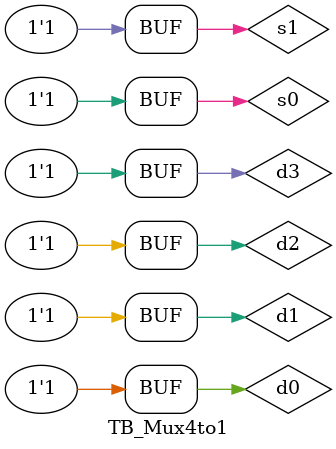
<source format=sv>
`timescale 1ns / 1ps
module TB_Mux4to1;
reg d0, d1, d2, d3, s0, s1;
wire y;

Mux4to1 dut(.d0(d0), .d1(d1), .d2(d2), .d3(d3), .s0(s0), .s1(s1), .y(y) );

initial begin
 #100; d0 = 0; d1 = 0; d2 = 0; d3 = 0; s0 = 0; s1 = 0;
 #100; d0 = 0; d1 = 0; d2 = 0; d3 = 0; s0 = 0; s1 = 1;
 #100; d0 = 0; d1 = 0; d2 = 0; d3 = 0; s0 = 1; s1 = 0;
 #100; d0 = 0; d1 = 0; d2 = 0; d3 = 0; s0 = 1; s1 = 1;
 #100; d0 = 0; d1 = 0; d2 = 0; d3 = 1; s0 = 0; s1 = 0;
 #100; d0 = 0; d1 = 0; d2 = 0; d3 = 1; s0 = 0; s1 = 1;
 #100; d0 = 0; d1 = 0; d2 = 0; d3 = 1; s0 = 1; s1 = 0;
 #100; d0 = 0; d1 = 0; d2 = 0; d3 = 1; s0 = 1; s1 = 1;
 #100; d0 = 0; d1 = 0; d2 = 1; d3 = 0; s0 = 0; s1 = 0;
 #100; d0 = 0; d1 = 0; d2 = 1; d3 = 0; s0 = 0; s1 = 1;
 #100; d0 = 0; d1 = 0; d2 = 1; d3 = 0; s0 = 1; s1 = 0;
 #100; d0 = 0; d1 = 0; d2 = 1; d3 = 0; s0 = 1; s1 = 1;
 #100; d0 = 0; d1 = 0; d2 = 1; d3 = 1; s0 = 0; s1 = 0;
 #100; d0 = 0; d1 = 0; d2 = 1; d3 = 1; s0 = 0; s1 = 1;
 #100; d0 = 0; d1 = 0; d2 = 1; d3 = 1; s0 = 1; s1 = 0;
 #100; d0 = 0; d1 = 0; d2 = 1; d3 = 1; s0 = 1; s1 = 1;
 #100; d0 = 0; d1 = 1; d2 = 0; d3 = 0; s0 = 0; s1 = 0;
 #100; d0 = 0; d1 = 1; d2 = 0; d3 = 0; s0 = 0; s1 = 1;
 #100; d0 = 0; d1 = 1; d2 = 0; d3 = 0; s0 = 1; s1 = 0;
 #100; d0 = 0; d1 = 1; d2 = 0; d3 = 0; s0 = 1; s1 = 1;
 #100; d0 = 0; d1 = 1; d2 = 0; d3 = 1; s0 = 0; s1 = 0;
 #100; d0 = 0; d1 = 1; d2 = 0; d3 = 1; s0 = 0; s1 = 1;
 #100; d0 = 0; d1 = 1; d2 = 0; d3 = 1; s0 = 1; s1 = 0;
 #100; d0 = 0; d1 = 1; d2 = 0; d3 = 1; s0 = 1; s1 = 1;
 #100; d0 = 0; d1 = 1; d2 = 1; d3 = 0; s0 = 0; s1 = 0;
 #100; d0 = 0; d1 = 1; d2 = 1; d3 = 0; s0 = 0; s1 = 1;
 #100; d0 = 0; d1 = 1; d2 = 1; d3 = 0; s0 = 1; s1 = 0;
 #100; d0 = 0; d1 = 1; d2 = 1; d3 = 0; s0 = 1; s1 = 1;
 #100; d0 = 0; d1 = 1; d2 = 1; d3 = 1; s0 = 0; s1 = 0;
 #100; d0 = 0; d1 = 1; d2 = 1; d3 = 1; s0 = 0; s1 = 1;
 #100; d0 = 0; d1 = 1; d2 = 1; d3 = 1; s0 = 1; s1 = 0;
 #100; d0 = 0; d1 = 1; d2 = 1; d3 = 1; s0 = 1; s1 = 1;
 #100; d0 = 1; d1 = 0; d2 = 0; d3 = 0; s0 = 0; s1 = 0;
 #100; d0 = 1; d1 = 0; d2 = 0; d3 = 0; s0 = 0; s1 = 1;
 #100; d0 = 1; d1 = 0; d2 = 0; d3 = 0; s0 = 1; s1 = 0;
 #100; d0 = 1; d1 = 0; d2 = 0; d3 = 0; s0 = 1; s1 = 1;
 #100; d0 = 1; d1 = 0; d2 = 0; d3 = 1; s0 = 0; s1 = 0;
 #100; d0 = 1; d1 = 0; d2 = 0; d3 = 1; s0 = 0; s1 = 1;
 #100; d0 = 1; d1 = 0; d2 = 0; d3 = 1; s0 = 1; s1 = 0;
 #100; d0 = 1; d1 = 0; d2 = 0; d3 = 1; s0 = 1; s1 = 1;
 #100; d0 = 1; d1 = 0; d2 = 1; d3 = 0; s0 = 0; s1 = 0;
 #100; d0 = 1; d1 = 0; d2 = 1; d3 = 0; s0 = 0; s1 = 1;
 #100; d0 = 1; d1 = 0; d2 = 1; d3 = 0; s0 = 1; s1 = 0;
 #100; d0 = 1; d1 = 0; d2 = 1; d3 = 0; s0 = 1; s1 = 1;
 #100; d0 = 1; d1 = 0; d2 = 1; d3 = 1; s0 = 0; s1 = 0;
 #100; d0 = 1; d1 = 0; d2 = 1; d3 = 1; s0 = 0; s1 = 1;
 #100; d0 = 1; d1 = 0; d2 = 1; d3 = 1; s0 = 1; s1 = 0;
 #100; d0 = 1; d1 = 0; d2 = 1; d3 = 1; s0 = 1; s1 = 1;
 #100; d0 = 1; d1 = 1; d2 = 0; d3 = 0; s0 = 0; s1 = 0;
 #100; d0 = 1; d1 = 1; d2 = 0; d3 = 0; s0 = 0; s1 = 1;
 #100; d0 = 1; d1 = 1; d2 = 0; d3 = 0; s0 = 1; s1 = 0;
 #100; d0 = 1; d1 = 1; d2 = 0; d3 = 0; s0 = 1; s1 = 1;
 #100; d0 = 1; d1 = 1; d2 = 0; d3 = 1; s0 = 0; s1 = 0;
 #100; d0 = 1; d1 = 1; d2 = 0; d3 = 1; s0 = 0; s1 = 1;
 #100; d0 = 1; d1 = 1; d2 = 0; d3 = 1; s0 = 1; s1 = 0;
 #100; d0 = 1; d1 = 1; d2 = 0; d3 = 1; s0 = 1; s1 = 1;
 #100; d0 = 1; d1 = 1; d2 = 1; d3 = 0; s0 = 0; s1 = 0;
 #100; d0 = 1; d1 = 1; d2 = 1; d3 = 0; s0 = 0; s1 = 1;
 #100; d0 = 1; d1 = 1; d2 = 1; d3 = 0; s0 = 1; s1 = 0;
 #100; d0 = 1; d1 = 1; d2 = 1; d3 = 0; s0 = 1; s1 = 1;
 #100; d0 = 1; d1 = 1; d2 = 1; d3 = 1; s0 = 0; s1 = 0;
 #100; d0 = 1; d1 = 1; d2 = 1; d3 = 1; s0 = 0; s1 = 1;
 #100; d0 = 1; d1 = 1; d2 = 1; d3 = 1; s0 = 1; s1 = 0;
 #100; d0 = 1; d1 = 1; d2 = 1; d3 = 1; s0 = 1; s1 = 1;
end
endmodule

</source>
